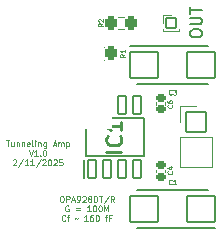
<source format=gto>
G04 #@! TF.GenerationSoftware,KiCad,Pcbnew,8.0.8*
G04 #@! TF.CreationDate,2025-02-18T10:08:16-06:00*
G04 #@! TF.ProjectId,Tunnleing_Amp,54756e6e-6c65-4696-9e67-5f416d702e6b,rev?*
G04 #@! TF.SameCoordinates,Original*
G04 #@! TF.FileFunction,Legend,Top*
G04 #@! TF.FilePolarity,Positive*
%FSLAX46Y46*%
G04 Gerber Fmt 4.6, Leading zero omitted, Abs format (unit mm)*
G04 Created by KiCad (PCBNEW 8.0.8) date 2025-02-18 10:08:16*
%MOMM*%
%LPD*%
G01*
G04 APERTURE LIST*
G04 Aperture macros list*
%AMRoundRect*
0 Rectangle with rounded corners*
0 $1 Rounding radius*
0 $2 $3 $4 $5 $6 $7 $8 $9 X,Y pos of 4 corners*
0 Add a 4 corners polygon primitive as box body*
4,1,4,$2,$3,$4,$5,$6,$7,$8,$9,$2,$3,0*
0 Add four circle primitives for the rounded corners*
1,1,$1+$1,$2,$3*
1,1,$1+$1,$4,$5*
1,1,$1+$1,$6,$7*
1,1,$1+$1,$8,$9*
0 Add four rect primitives between the rounded corners*
20,1,$1+$1,$2,$3,$4,$5,0*
20,1,$1+$1,$4,$5,$6,$7,0*
20,1,$1+$1,$6,$7,$8,$9,0*
20,1,$1+$1,$8,$9,$2,$3,0*%
G04 Aperture macros list end*
%ADD10C,0.200000*%
%ADD11C,0.100000*%
%ADD12C,0.254000*%
%ADD13C,0.120000*%
%ADD14RoundRect,0.100000X-1.175000X1.125000X-1.175000X-1.125000X1.175000X-1.125000X1.175000X1.125000X0*%
%ADD15C,2.400000*%
%ADD16RoundRect,0.190000X-0.220000X0.190000X-0.220000X-0.190000X0.220000X-0.190000X0.220000X0.190000X0*%
%ADD17RoundRect,0.100000X0.325000X0.764000X-0.325000X0.764000X-0.325000X-0.764000X0.325000X-0.764000X0*%
%ADD18RoundRect,0.250000X-0.250000X-0.325000X0.250000X-0.325000X0.250000X0.325000X-0.250000X0.325000X0*%
%ADD19RoundRect,0.190000X0.220000X-0.190000X0.220000X0.190000X-0.220000X0.190000X-0.220000X-0.190000X0*%
%ADD20RoundRect,0.100000X1.175000X-1.125000X1.175000X1.125000X-1.175000X1.125000X-1.175000X-1.125000X0*%
%ADD21RoundRect,0.100000X-0.850000X-0.850000X0.850000X-0.850000X0.850000X0.850000X-0.850000X0.850000X0*%
%ADD22O,1.900000X1.900000*%
%ADD23RoundRect,0.100000X-0.425000X-0.425000X0.425000X-0.425000X0.425000X0.425000X-0.425000X0.425000X0*%
G04 APERTURE END LIST*
D10*
X108402219Y-50899999D02*
X108402219Y-50709523D01*
X108402219Y-50709523D02*
X108449838Y-50614285D01*
X108449838Y-50614285D02*
X108545076Y-50519047D01*
X108545076Y-50519047D02*
X108735552Y-50471428D01*
X108735552Y-50471428D02*
X109068885Y-50471428D01*
X109068885Y-50471428D02*
X109259361Y-50519047D01*
X109259361Y-50519047D02*
X109354600Y-50614285D01*
X109354600Y-50614285D02*
X109402219Y-50709523D01*
X109402219Y-50709523D02*
X109402219Y-50899999D01*
X109402219Y-50899999D02*
X109354600Y-50995237D01*
X109354600Y-50995237D02*
X109259361Y-51090475D01*
X109259361Y-51090475D02*
X109068885Y-51138094D01*
X109068885Y-51138094D02*
X108735552Y-51138094D01*
X108735552Y-51138094D02*
X108545076Y-51090475D01*
X108545076Y-51090475D02*
X108449838Y-50995237D01*
X108449838Y-50995237D02*
X108402219Y-50899999D01*
X108402219Y-50042856D02*
X109211742Y-50042856D01*
X109211742Y-50042856D02*
X109306980Y-49995237D01*
X109306980Y-49995237D02*
X109354600Y-49947618D01*
X109354600Y-49947618D02*
X109402219Y-49852380D01*
X109402219Y-49852380D02*
X109402219Y-49661904D01*
X109402219Y-49661904D02*
X109354600Y-49566666D01*
X109354600Y-49566666D02*
X109306980Y-49519047D01*
X109306980Y-49519047D02*
X109211742Y-49471428D01*
X109211742Y-49471428D02*
X108402219Y-49471428D01*
X108402219Y-49138094D02*
X108402219Y-48566666D01*
X109402219Y-48852380D02*
X108402219Y-48852380D01*
D11*
X92797620Y-59871137D02*
X93083334Y-59871137D01*
X92940477Y-60371137D02*
X92940477Y-59871137D01*
X93464286Y-60037804D02*
X93464286Y-60371137D01*
X93250000Y-60037804D02*
X93250000Y-60299708D01*
X93250000Y-60299708D02*
X93273810Y-60347328D01*
X93273810Y-60347328D02*
X93321429Y-60371137D01*
X93321429Y-60371137D02*
X93392857Y-60371137D01*
X93392857Y-60371137D02*
X93440476Y-60347328D01*
X93440476Y-60347328D02*
X93464286Y-60323518D01*
X93702381Y-60037804D02*
X93702381Y-60371137D01*
X93702381Y-60085423D02*
X93726191Y-60061613D01*
X93726191Y-60061613D02*
X93773810Y-60037804D01*
X93773810Y-60037804D02*
X93845238Y-60037804D01*
X93845238Y-60037804D02*
X93892857Y-60061613D01*
X93892857Y-60061613D02*
X93916667Y-60109232D01*
X93916667Y-60109232D02*
X93916667Y-60371137D01*
X94154762Y-60037804D02*
X94154762Y-60371137D01*
X94154762Y-60085423D02*
X94178572Y-60061613D01*
X94178572Y-60061613D02*
X94226191Y-60037804D01*
X94226191Y-60037804D02*
X94297619Y-60037804D01*
X94297619Y-60037804D02*
X94345238Y-60061613D01*
X94345238Y-60061613D02*
X94369048Y-60109232D01*
X94369048Y-60109232D02*
X94369048Y-60371137D01*
X94797619Y-60347328D02*
X94750000Y-60371137D01*
X94750000Y-60371137D02*
X94654762Y-60371137D01*
X94654762Y-60371137D02*
X94607143Y-60347328D01*
X94607143Y-60347328D02*
X94583334Y-60299708D01*
X94583334Y-60299708D02*
X94583334Y-60109232D01*
X94583334Y-60109232D02*
X94607143Y-60061613D01*
X94607143Y-60061613D02*
X94654762Y-60037804D01*
X94654762Y-60037804D02*
X94750000Y-60037804D01*
X94750000Y-60037804D02*
X94797619Y-60061613D01*
X94797619Y-60061613D02*
X94821429Y-60109232D01*
X94821429Y-60109232D02*
X94821429Y-60156851D01*
X94821429Y-60156851D02*
X94583334Y-60204470D01*
X95107143Y-60371137D02*
X95059524Y-60347328D01*
X95059524Y-60347328D02*
X95035714Y-60299708D01*
X95035714Y-60299708D02*
X95035714Y-59871137D01*
X95297619Y-60371137D02*
X95297619Y-60037804D01*
X95297619Y-59871137D02*
X95273810Y-59894947D01*
X95273810Y-59894947D02*
X95297619Y-59918756D01*
X95297619Y-59918756D02*
X95321429Y-59894947D01*
X95321429Y-59894947D02*
X95297619Y-59871137D01*
X95297619Y-59871137D02*
X95297619Y-59918756D01*
X95535714Y-60037804D02*
X95535714Y-60371137D01*
X95535714Y-60085423D02*
X95559524Y-60061613D01*
X95559524Y-60061613D02*
X95607143Y-60037804D01*
X95607143Y-60037804D02*
X95678571Y-60037804D01*
X95678571Y-60037804D02*
X95726190Y-60061613D01*
X95726190Y-60061613D02*
X95750000Y-60109232D01*
X95750000Y-60109232D02*
X95750000Y-60371137D01*
X96202381Y-60037804D02*
X96202381Y-60442566D01*
X96202381Y-60442566D02*
X96178571Y-60490185D01*
X96178571Y-60490185D02*
X96154762Y-60513994D01*
X96154762Y-60513994D02*
X96107143Y-60537804D01*
X96107143Y-60537804D02*
X96035714Y-60537804D01*
X96035714Y-60537804D02*
X95988095Y-60513994D01*
X96202381Y-60347328D02*
X96154762Y-60371137D01*
X96154762Y-60371137D02*
X96059524Y-60371137D01*
X96059524Y-60371137D02*
X96011905Y-60347328D01*
X96011905Y-60347328D02*
X95988095Y-60323518D01*
X95988095Y-60323518D02*
X95964286Y-60275899D01*
X95964286Y-60275899D02*
X95964286Y-60133042D01*
X95964286Y-60133042D02*
X95988095Y-60085423D01*
X95988095Y-60085423D02*
X96011905Y-60061613D01*
X96011905Y-60061613D02*
X96059524Y-60037804D01*
X96059524Y-60037804D02*
X96154762Y-60037804D01*
X96154762Y-60037804D02*
X96202381Y-60061613D01*
X96797619Y-60228280D02*
X97035714Y-60228280D01*
X96750000Y-60371137D02*
X96916666Y-59871137D01*
X96916666Y-59871137D02*
X97083333Y-60371137D01*
X97249999Y-60371137D02*
X97249999Y-60037804D01*
X97249999Y-60085423D02*
X97273809Y-60061613D01*
X97273809Y-60061613D02*
X97321428Y-60037804D01*
X97321428Y-60037804D02*
X97392856Y-60037804D01*
X97392856Y-60037804D02*
X97440475Y-60061613D01*
X97440475Y-60061613D02*
X97464285Y-60109232D01*
X97464285Y-60109232D02*
X97464285Y-60371137D01*
X97464285Y-60109232D02*
X97488094Y-60061613D01*
X97488094Y-60061613D02*
X97535713Y-60037804D01*
X97535713Y-60037804D02*
X97607142Y-60037804D01*
X97607142Y-60037804D02*
X97654761Y-60061613D01*
X97654761Y-60061613D02*
X97678571Y-60109232D01*
X97678571Y-60109232D02*
X97678571Y-60371137D01*
X97916666Y-60037804D02*
X97916666Y-60537804D01*
X97916666Y-60061613D02*
X97964285Y-60037804D01*
X97964285Y-60037804D02*
X98059523Y-60037804D01*
X98059523Y-60037804D02*
X98107142Y-60061613D01*
X98107142Y-60061613D02*
X98130952Y-60085423D01*
X98130952Y-60085423D02*
X98154761Y-60133042D01*
X98154761Y-60133042D02*
X98154761Y-60275899D01*
X98154761Y-60275899D02*
X98130952Y-60323518D01*
X98130952Y-60323518D02*
X98107142Y-60347328D01*
X98107142Y-60347328D02*
X98059523Y-60371137D01*
X98059523Y-60371137D02*
X97964285Y-60371137D01*
X97964285Y-60371137D02*
X97916666Y-60347328D01*
X94738096Y-60676109D02*
X94904762Y-61176109D01*
X94904762Y-61176109D02*
X95071429Y-60676109D01*
X95500000Y-61176109D02*
X95214286Y-61176109D01*
X95357143Y-61176109D02*
X95357143Y-60676109D01*
X95357143Y-60676109D02*
X95309524Y-60747538D01*
X95309524Y-60747538D02*
X95261905Y-60795157D01*
X95261905Y-60795157D02*
X95214286Y-60818966D01*
X95714285Y-61128490D02*
X95738095Y-61152300D01*
X95738095Y-61152300D02*
X95714285Y-61176109D01*
X95714285Y-61176109D02*
X95690476Y-61152300D01*
X95690476Y-61152300D02*
X95714285Y-61128490D01*
X95714285Y-61128490D02*
X95714285Y-61176109D01*
X96047618Y-60676109D02*
X96095237Y-60676109D01*
X96095237Y-60676109D02*
X96142856Y-60699919D01*
X96142856Y-60699919D02*
X96166666Y-60723728D01*
X96166666Y-60723728D02*
X96190475Y-60771347D01*
X96190475Y-60771347D02*
X96214285Y-60866585D01*
X96214285Y-60866585D02*
X96214285Y-60985633D01*
X96214285Y-60985633D02*
X96190475Y-61080871D01*
X96190475Y-61080871D02*
X96166666Y-61128490D01*
X96166666Y-61128490D02*
X96142856Y-61152300D01*
X96142856Y-61152300D02*
X96095237Y-61176109D01*
X96095237Y-61176109D02*
X96047618Y-61176109D01*
X96047618Y-61176109D02*
X95999999Y-61152300D01*
X95999999Y-61152300D02*
X95976190Y-61128490D01*
X95976190Y-61128490D02*
X95952380Y-61080871D01*
X95952380Y-61080871D02*
X95928571Y-60985633D01*
X95928571Y-60985633D02*
X95928571Y-60866585D01*
X95928571Y-60866585D02*
X95952380Y-60771347D01*
X95952380Y-60771347D02*
X95976190Y-60723728D01*
X95976190Y-60723728D02*
X95999999Y-60699919D01*
X95999999Y-60699919D02*
X96047618Y-60676109D01*
X93404763Y-61528700D02*
X93428572Y-61504891D01*
X93428572Y-61504891D02*
X93476191Y-61481081D01*
X93476191Y-61481081D02*
X93595239Y-61481081D01*
X93595239Y-61481081D02*
X93642858Y-61504891D01*
X93642858Y-61504891D02*
X93666667Y-61528700D01*
X93666667Y-61528700D02*
X93690477Y-61576319D01*
X93690477Y-61576319D02*
X93690477Y-61623938D01*
X93690477Y-61623938D02*
X93666667Y-61695367D01*
X93666667Y-61695367D02*
X93380953Y-61981081D01*
X93380953Y-61981081D02*
X93690477Y-61981081D01*
X94261905Y-61457272D02*
X93833334Y-62100129D01*
X94690477Y-61981081D02*
X94404763Y-61981081D01*
X94547620Y-61981081D02*
X94547620Y-61481081D01*
X94547620Y-61481081D02*
X94500001Y-61552510D01*
X94500001Y-61552510D02*
X94452382Y-61600129D01*
X94452382Y-61600129D02*
X94404763Y-61623938D01*
X95166667Y-61981081D02*
X94880953Y-61981081D01*
X95023810Y-61981081D02*
X95023810Y-61481081D01*
X95023810Y-61481081D02*
X94976191Y-61552510D01*
X94976191Y-61552510D02*
X94928572Y-61600129D01*
X94928572Y-61600129D02*
X94880953Y-61623938D01*
X95738095Y-61457272D02*
X95309524Y-62100129D01*
X95880953Y-61528700D02*
X95904762Y-61504891D01*
X95904762Y-61504891D02*
X95952381Y-61481081D01*
X95952381Y-61481081D02*
X96071429Y-61481081D01*
X96071429Y-61481081D02*
X96119048Y-61504891D01*
X96119048Y-61504891D02*
X96142857Y-61528700D01*
X96142857Y-61528700D02*
X96166667Y-61576319D01*
X96166667Y-61576319D02*
X96166667Y-61623938D01*
X96166667Y-61623938D02*
X96142857Y-61695367D01*
X96142857Y-61695367D02*
X95857143Y-61981081D01*
X95857143Y-61981081D02*
X96166667Y-61981081D01*
X96476190Y-61481081D02*
X96523809Y-61481081D01*
X96523809Y-61481081D02*
X96571428Y-61504891D01*
X96571428Y-61504891D02*
X96595238Y-61528700D01*
X96595238Y-61528700D02*
X96619047Y-61576319D01*
X96619047Y-61576319D02*
X96642857Y-61671557D01*
X96642857Y-61671557D02*
X96642857Y-61790605D01*
X96642857Y-61790605D02*
X96619047Y-61885843D01*
X96619047Y-61885843D02*
X96595238Y-61933462D01*
X96595238Y-61933462D02*
X96571428Y-61957272D01*
X96571428Y-61957272D02*
X96523809Y-61981081D01*
X96523809Y-61981081D02*
X96476190Y-61981081D01*
X96476190Y-61981081D02*
X96428571Y-61957272D01*
X96428571Y-61957272D02*
X96404762Y-61933462D01*
X96404762Y-61933462D02*
X96380952Y-61885843D01*
X96380952Y-61885843D02*
X96357143Y-61790605D01*
X96357143Y-61790605D02*
X96357143Y-61671557D01*
X96357143Y-61671557D02*
X96380952Y-61576319D01*
X96380952Y-61576319D02*
X96404762Y-61528700D01*
X96404762Y-61528700D02*
X96428571Y-61504891D01*
X96428571Y-61504891D02*
X96476190Y-61481081D01*
X96833333Y-61528700D02*
X96857142Y-61504891D01*
X96857142Y-61504891D02*
X96904761Y-61481081D01*
X96904761Y-61481081D02*
X97023809Y-61481081D01*
X97023809Y-61481081D02*
X97071428Y-61504891D01*
X97071428Y-61504891D02*
X97095237Y-61528700D01*
X97095237Y-61528700D02*
X97119047Y-61576319D01*
X97119047Y-61576319D02*
X97119047Y-61623938D01*
X97119047Y-61623938D02*
X97095237Y-61695367D01*
X97095237Y-61695367D02*
X96809523Y-61981081D01*
X96809523Y-61981081D02*
X97119047Y-61981081D01*
X97571427Y-61481081D02*
X97333332Y-61481081D01*
X97333332Y-61481081D02*
X97309523Y-61719176D01*
X97309523Y-61719176D02*
X97333332Y-61695367D01*
X97333332Y-61695367D02*
X97380951Y-61671557D01*
X97380951Y-61671557D02*
X97499999Y-61671557D01*
X97499999Y-61671557D02*
X97547618Y-61695367D01*
X97547618Y-61695367D02*
X97571427Y-61719176D01*
X97571427Y-61719176D02*
X97595237Y-61766795D01*
X97595237Y-61766795D02*
X97595237Y-61885843D01*
X97595237Y-61885843D02*
X97571427Y-61933462D01*
X97571427Y-61933462D02*
X97547618Y-61957272D01*
X97547618Y-61957272D02*
X97499999Y-61981081D01*
X97499999Y-61981081D02*
X97380951Y-61981081D01*
X97380951Y-61981081D02*
X97333332Y-61957272D01*
X97333332Y-61957272D02*
X97309523Y-61933462D01*
X97471429Y-64571137D02*
X97566667Y-64571137D01*
X97566667Y-64571137D02*
X97614286Y-64594947D01*
X97614286Y-64594947D02*
X97661905Y-64642566D01*
X97661905Y-64642566D02*
X97685715Y-64737804D01*
X97685715Y-64737804D02*
X97685715Y-64904470D01*
X97685715Y-64904470D02*
X97661905Y-64999708D01*
X97661905Y-64999708D02*
X97614286Y-65047328D01*
X97614286Y-65047328D02*
X97566667Y-65071137D01*
X97566667Y-65071137D02*
X97471429Y-65071137D01*
X97471429Y-65071137D02*
X97423810Y-65047328D01*
X97423810Y-65047328D02*
X97376191Y-64999708D01*
X97376191Y-64999708D02*
X97352382Y-64904470D01*
X97352382Y-64904470D02*
X97352382Y-64737804D01*
X97352382Y-64737804D02*
X97376191Y-64642566D01*
X97376191Y-64642566D02*
X97423810Y-64594947D01*
X97423810Y-64594947D02*
X97471429Y-64571137D01*
X97900001Y-65071137D02*
X97900001Y-64571137D01*
X97900001Y-64571137D02*
X98090477Y-64571137D01*
X98090477Y-64571137D02*
X98138096Y-64594947D01*
X98138096Y-64594947D02*
X98161906Y-64618756D01*
X98161906Y-64618756D02*
X98185715Y-64666375D01*
X98185715Y-64666375D02*
X98185715Y-64737804D01*
X98185715Y-64737804D02*
X98161906Y-64785423D01*
X98161906Y-64785423D02*
X98138096Y-64809232D01*
X98138096Y-64809232D02*
X98090477Y-64833042D01*
X98090477Y-64833042D02*
X97900001Y-64833042D01*
X98376192Y-64928280D02*
X98614287Y-64928280D01*
X98328573Y-65071137D02*
X98495239Y-64571137D01*
X98495239Y-64571137D02*
X98661906Y-65071137D01*
X98852382Y-65071137D02*
X98947620Y-65071137D01*
X98947620Y-65071137D02*
X98995239Y-65047328D01*
X98995239Y-65047328D02*
X99019048Y-65023518D01*
X99019048Y-65023518D02*
X99066667Y-64952089D01*
X99066667Y-64952089D02*
X99090477Y-64856851D01*
X99090477Y-64856851D02*
X99090477Y-64666375D01*
X99090477Y-64666375D02*
X99066667Y-64618756D01*
X99066667Y-64618756D02*
X99042858Y-64594947D01*
X99042858Y-64594947D02*
X98995239Y-64571137D01*
X98995239Y-64571137D02*
X98900001Y-64571137D01*
X98900001Y-64571137D02*
X98852382Y-64594947D01*
X98852382Y-64594947D02*
X98828572Y-64618756D01*
X98828572Y-64618756D02*
X98804763Y-64666375D01*
X98804763Y-64666375D02*
X98804763Y-64785423D01*
X98804763Y-64785423D02*
X98828572Y-64833042D01*
X98828572Y-64833042D02*
X98852382Y-64856851D01*
X98852382Y-64856851D02*
X98900001Y-64880661D01*
X98900001Y-64880661D02*
X98995239Y-64880661D01*
X98995239Y-64880661D02*
X99042858Y-64856851D01*
X99042858Y-64856851D02*
X99066667Y-64833042D01*
X99066667Y-64833042D02*
X99090477Y-64785423D01*
X99280953Y-64618756D02*
X99304762Y-64594947D01*
X99304762Y-64594947D02*
X99352381Y-64571137D01*
X99352381Y-64571137D02*
X99471429Y-64571137D01*
X99471429Y-64571137D02*
X99519048Y-64594947D01*
X99519048Y-64594947D02*
X99542857Y-64618756D01*
X99542857Y-64618756D02*
X99566667Y-64666375D01*
X99566667Y-64666375D02*
X99566667Y-64713994D01*
X99566667Y-64713994D02*
X99542857Y-64785423D01*
X99542857Y-64785423D02*
X99257143Y-65071137D01*
X99257143Y-65071137D02*
X99566667Y-65071137D01*
X99852381Y-64785423D02*
X99804762Y-64761613D01*
X99804762Y-64761613D02*
X99780952Y-64737804D01*
X99780952Y-64737804D02*
X99757143Y-64690185D01*
X99757143Y-64690185D02*
X99757143Y-64666375D01*
X99757143Y-64666375D02*
X99780952Y-64618756D01*
X99780952Y-64618756D02*
X99804762Y-64594947D01*
X99804762Y-64594947D02*
X99852381Y-64571137D01*
X99852381Y-64571137D02*
X99947619Y-64571137D01*
X99947619Y-64571137D02*
X99995238Y-64594947D01*
X99995238Y-64594947D02*
X100019047Y-64618756D01*
X100019047Y-64618756D02*
X100042857Y-64666375D01*
X100042857Y-64666375D02*
X100042857Y-64690185D01*
X100042857Y-64690185D02*
X100019047Y-64737804D01*
X100019047Y-64737804D02*
X99995238Y-64761613D01*
X99995238Y-64761613D02*
X99947619Y-64785423D01*
X99947619Y-64785423D02*
X99852381Y-64785423D01*
X99852381Y-64785423D02*
X99804762Y-64809232D01*
X99804762Y-64809232D02*
X99780952Y-64833042D01*
X99780952Y-64833042D02*
X99757143Y-64880661D01*
X99757143Y-64880661D02*
X99757143Y-64975899D01*
X99757143Y-64975899D02*
X99780952Y-65023518D01*
X99780952Y-65023518D02*
X99804762Y-65047328D01*
X99804762Y-65047328D02*
X99852381Y-65071137D01*
X99852381Y-65071137D02*
X99947619Y-65071137D01*
X99947619Y-65071137D02*
X99995238Y-65047328D01*
X99995238Y-65047328D02*
X100019047Y-65023518D01*
X100019047Y-65023518D02*
X100042857Y-64975899D01*
X100042857Y-64975899D02*
X100042857Y-64880661D01*
X100042857Y-64880661D02*
X100019047Y-64833042D01*
X100019047Y-64833042D02*
X99995238Y-64809232D01*
X99995238Y-64809232D02*
X99947619Y-64785423D01*
X100257142Y-65071137D02*
X100257142Y-64571137D01*
X100257142Y-64571137D02*
X100376190Y-64571137D01*
X100376190Y-64571137D02*
X100447618Y-64594947D01*
X100447618Y-64594947D02*
X100495237Y-64642566D01*
X100495237Y-64642566D02*
X100519047Y-64690185D01*
X100519047Y-64690185D02*
X100542856Y-64785423D01*
X100542856Y-64785423D02*
X100542856Y-64856851D01*
X100542856Y-64856851D02*
X100519047Y-64952089D01*
X100519047Y-64952089D02*
X100495237Y-64999708D01*
X100495237Y-64999708D02*
X100447618Y-65047328D01*
X100447618Y-65047328D02*
X100376190Y-65071137D01*
X100376190Y-65071137D02*
X100257142Y-65071137D01*
X100685714Y-64571137D02*
X100971428Y-64571137D01*
X100828571Y-65071137D02*
X100828571Y-64571137D01*
X101495237Y-64547328D02*
X101066666Y-65190185D01*
X101947618Y-65071137D02*
X101780952Y-64833042D01*
X101661904Y-65071137D02*
X101661904Y-64571137D01*
X101661904Y-64571137D02*
X101852380Y-64571137D01*
X101852380Y-64571137D02*
X101899999Y-64594947D01*
X101899999Y-64594947D02*
X101923809Y-64618756D01*
X101923809Y-64618756D02*
X101947618Y-64666375D01*
X101947618Y-64666375D02*
X101947618Y-64737804D01*
X101947618Y-64737804D02*
X101923809Y-64785423D01*
X101923809Y-64785423D02*
X101899999Y-64809232D01*
X101899999Y-64809232D02*
X101852380Y-64833042D01*
X101852380Y-64833042D02*
X101661904Y-64833042D01*
X98090477Y-65399919D02*
X98042858Y-65376109D01*
X98042858Y-65376109D02*
X97971429Y-65376109D01*
X97971429Y-65376109D02*
X97900001Y-65399919D01*
X97900001Y-65399919D02*
X97852382Y-65447538D01*
X97852382Y-65447538D02*
X97828572Y-65495157D01*
X97828572Y-65495157D02*
X97804763Y-65590395D01*
X97804763Y-65590395D02*
X97804763Y-65661823D01*
X97804763Y-65661823D02*
X97828572Y-65757061D01*
X97828572Y-65757061D02*
X97852382Y-65804680D01*
X97852382Y-65804680D02*
X97900001Y-65852300D01*
X97900001Y-65852300D02*
X97971429Y-65876109D01*
X97971429Y-65876109D02*
X98019048Y-65876109D01*
X98019048Y-65876109D02*
X98090477Y-65852300D01*
X98090477Y-65852300D02*
X98114286Y-65828490D01*
X98114286Y-65828490D02*
X98114286Y-65661823D01*
X98114286Y-65661823D02*
X98019048Y-65661823D01*
X98709524Y-65614204D02*
X99090477Y-65614204D01*
X99090477Y-65757061D02*
X98709524Y-65757061D01*
X99971429Y-65876109D02*
X99685715Y-65876109D01*
X99828572Y-65876109D02*
X99828572Y-65376109D01*
X99828572Y-65376109D02*
X99780953Y-65447538D01*
X99780953Y-65447538D02*
X99733334Y-65495157D01*
X99733334Y-65495157D02*
X99685715Y-65518966D01*
X100280952Y-65376109D02*
X100328571Y-65376109D01*
X100328571Y-65376109D02*
X100376190Y-65399919D01*
X100376190Y-65399919D02*
X100400000Y-65423728D01*
X100400000Y-65423728D02*
X100423809Y-65471347D01*
X100423809Y-65471347D02*
X100447619Y-65566585D01*
X100447619Y-65566585D02*
X100447619Y-65685633D01*
X100447619Y-65685633D02*
X100423809Y-65780871D01*
X100423809Y-65780871D02*
X100400000Y-65828490D01*
X100400000Y-65828490D02*
X100376190Y-65852300D01*
X100376190Y-65852300D02*
X100328571Y-65876109D01*
X100328571Y-65876109D02*
X100280952Y-65876109D01*
X100280952Y-65876109D02*
X100233333Y-65852300D01*
X100233333Y-65852300D02*
X100209524Y-65828490D01*
X100209524Y-65828490D02*
X100185714Y-65780871D01*
X100185714Y-65780871D02*
X100161905Y-65685633D01*
X100161905Y-65685633D02*
X100161905Y-65566585D01*
X100161905Y-65566585D02*
X100185714Y-65471347D01*
X100185714Y-65471347D02*
X100209524Y-65423728D01*
X100209524Y-65423728D02*
X100233333Y-65399919D01*
X100233333Y-65399919D02*
X100280952Y-65376109D01*
X100757142Y-65376109D02*
X100804761Y-65376109D01*
X100804761Y-65376109D02*
X100852380Y-65399919D01*
X100852380Y-65399919D02*
X100876190Y-65423728D01*
X100876190Y-65423728D02*
X100899999Y-65471347D01*
X100899999Y-65471347D02*
X100923809Y-65566585D01*
X100923809Y-65566585D02*
X100923809Y-65685633D01*
X100923809Y-65685633D02*
X100899999Y-65780871D01*
X100899999Y-65780871D02*
X100876190Y-65828490D01*
X100876190Y-65828490D02*
X100852380Y-65852300D01*
X100852380Y-65852300D02*
X100804761Y-65876109D01*
X100804761Y-65876109D02*
X100757142Y-65876109D01*
X100757142Y-65876109D02*
X100709523Y-65852300D01*
X100709523Y-65852300D02*
X100685714Y-65828490D01*
X100685714Y-65828490D02*
X100661904Y-65780871D01*
X100661904Y-65780871D02*
X100638095Y-65685633D01*
X100638095Y-65685633D02*
X100638095Y-65566585D01*
X100638095Y-65566585D02*
X100661904Y-65471347D01*
X100661904Y-65471347D02*
X100685714Y-65423728D01*
X100685714Y-65423728D02*
X100709523Y-65399919D01*
X100709523Y-65399919D02*
X100757142Y-65376109D01*
X101138094Y-65876109D02*
X101138094Y-65376109D01*
X101138094Y-65376109D02*
X101304761Y-65733252D01*
X101304761Y-65733252D02*
X101471427Y-65376109D01*
X101471427Y-65376109D02*
X101471427Y-65876109D01*
X97840477Y-66633462D02*
X97816668Y-66657272D01*
X97816668Y-66657272D02*
X97745239Y-66681081D01*
X97745239Y-66681081D02*
X97697620Y-66681081D01*
X97697620Y-66681081D02*
X97626192Y-66657272D01*
X97626192Y-66657272D02*
X97578573Y-66609652D01*
X97578573Y-66609652D02*
X97554763Y-66562033D01*
X97554763Y-66562033D02*
X97530954Y-66466795D01*
X97530954Y-66466795D02*
X97530954Y-66395367D01*
X97530954Y-66395367D02*
X97554763Y-66300129D01*
X97554763Y-66300129D02*
X97578573Y-66252510D01*
X97578573Y-66252510D02*
X97626192Y-66204891D01*
X97626192Y-66204891D02*
X97697620Y-66181081D01*
X97697620Y-66181081D02*
X97745239Y-66181081D01*
X97745239Y-66181081D02*
X97816668Y-66204891D01*
X97816668Y-66204891D02*
X97840477Y-66228700D01*
X97983335Y-66347748D02*
X98173811Y-66347748D01*
X98054763Y-66681081D02*
X98054763Y-66252510D01*
X98054763Y-66252510D02*
X98078573Y-66204891D01*
X98078573Y-66204891D02*
X98126192Y-66181081D01*
X98126192Y-66181081D02*
X98173811Y-66181081D01*
X98650001Y-66490605D02*
X98673810Y-66466795D01*
X98673810Y-66466795D02*
X98721429Y-66442986D01*
X98721429Y-66442986D02*
X98816667Y-66490605D01*
X98816667Y-66490605D02*
X98864286Y-66466795D01*
X98864286Y-66466795D02*
X98888096Y-66442986D01*
X99721429Y-66681081D02*
X99435715Y-66681081D01*
X99578572Y-66681081D02*
X99578572Y-66181081D01*
X99578572Y-66181081D02*
X99530953Y-66252510D01*
X99530953Y-66252510D02*
X99483334Y-66300129D01*
X99483334Y-66300129D02*
X99435715Y-66323938D01*
X100150000Y-66181081D02*
X100054762Y-66181081D01*
X100054762Y-66181081D02*
X100007143Y-66204891D01*
X100007143Y-66204891D02*
X99983333Y-66228700D01*
X99983333Y-66228700D02*
X99935714Y-66300129D01*
X99935714Y-66300129D02*
X99911905Y-66395367D01*
X99911905Y-66395367D02*
X99911905Y-66585843D01*
X99911905Y-66585843D02*
X99935714Y-66633462D01*
X99935714Y-66633462D02*
X99959524Y-66657272D01*
X99959524Y-66657272D02*
X100007143Y-66681081D01*
X100007143Y-66681081D02*
X100102381Y-66681081D01*
X100102381Y-66681081D02*
X100150000Y-66657272D01*
X100150000Y-66657272D02*
X100173809Y-66633462D01*
X100173809Y-66633462D02*
X100197619Y-66585843D01*
X100197619Y-66585843D02*
X100197619Y-66466795D01*
X100197619Y-66466795D02*
X100173809Y-66419176D01*
X100173809Y-66419176D02*
X100150000Y-66395367D01*
X100150000Y-66395367D02*
X100102381Y-66371557D01*
X100102381Y-66371557D02*
X100007143Y-66371557D01*
X100007143Y-66371557D02*
X99959524Y-66395367D01*
X99959524Y-66395367D02*
X99935714Y-66419176D01*
X99935714Y-66419176D02*
X99911905Y-66466795D01*
X100507142Y-66181081D02*
X100554761Y-66181081D01*
X100554761Y-66181081D02*
X100602380Y-66204891D01*
X100602380Y-66204891D02*
X100626190Y-66228700D01*
X100626190Y-66228700D02*
X100649999Y-66276319D01*
X100649999Y-66276319D02*
X100673809Y-66371557D01*
X100673809Y-66371557D02*
X100673809Y-66490605D01*
X100673809Y-66490605D02*
X100649999Y-66585843D01*
X100649999Y-66585843D02*
X100626190Y-66633462D01*
X100626190Y-66633462D02*
X100602380Y-66657272D01*
X100602380Y-66657272D02*
X100554761Y-66681081D01*
X100554761Y-66681081D02*
X100507142Y-66681081D01*
X100507142Y-66681081D02*
X100459523Y-66657272D01*
X100459523Y-66657272D02*
X100435714Y-66633462D01*
X100435714Y-66633462D02*
X100411904Y-66585843D01*
X100411904Y-66585843D02*
X100388095Y-66490605D01*
X100388095Y-66490605D02*
X100388095Y-66371557D01*
X100388095Y-66371557D02*
X100411904Y-66276319D01*
X100411904Y-66276319D02*
X100435714Y-66228700D01*
X100435714Y-66228700D02*
X100459523Y-66204891D01*
X100459523Y-66204891D02*
X100507142Y-66181081D01*
X101197618Y-66347748D02*
X101388094Y-66347748D01*
X101269046Y-66681081D02*
X101269046Y-66252510D01*
X101269046Y-66252510D02*
X101292856Y-66204891D01*
X101292856Y-66204891D02*
X101340475Y-66181081D01*
X101340475Y-66181081D02*
X101388094Y-66181081D01*
X101721427Y-66419176D02*
X101554760Y-66419176D01*
X101554760Y-66681081D02*
X101554760Y-66181081D01*
X101554760Y-66181081D02*
X101792855Y-66181081D01*
X106833333Y-63541752D02*
X106814285Y-63560800D01*
X106814285Y-63560800D02*
X106757143Y-63579847D01*
X106757143Y-63579847D02*
X106719047Y-63579847D01*
X106719047Y-63579847D02*
X106661904Y-63560800D01*
X106661904Y-63560800D02*
X106623809Y-63522704D01*
X106623809Y-63522704D02*
X106604762Y-63484609D01*
X106604762Y-63484609D02*
X106585714Y-63408419D01*
X106585714Y-63408419D02*
X106585714Y-63351276D01*
X106585714Y-63351276D02*
X106604762Y-63275085D01*
X106604762Y-63275085D02*
X106623809Y-63236990D01*
X106623809Y-63236990D02*
X106661904Y-63198895D01*
X106661904Y-63198895D02*
X106719047Y-63179847D01*
X106719047Y-63179847D02*
X106757143Y-63179847D01*
X106757143Y-63179847D02*
X106814285Y-63198895D01*
X106814285Y-63198895D02*
X106833333Y-63217942D01*
X107214285Y-63579847D02*
X106985714Y-63579847D01*
X107100000Y-63579847D02*
X107100000Y-63179847D01*
X107100000Y-63179847D02*
X107061904Y-63236990D01*
X107061904Y-63236990D02*
X107023809Y-63275085D01*
X107023809Y-63275085D02*
X106985714Y-63294133D01*
X106841752Y-56866666D02*
X106860800Y-56885714D01*
X106860800Y-56885714D02*
X106879847Y-56942856D01*
X106879847Y-56942856D02*
X106879847Y-56980952D01*
X106879847Y-56980952D02*
X106860800Y-57038095D01*
X106860800Y-57038095D02*
X106822704Y-57076190D01*
X106822704Y-57076190D02*
X106784609Y-57095237D01*
X106784609Y-57095237D02*
X106708419Y-57114285D01*
X106708419Y-57114285D02*
X106651276Y-57114285D01*
X106651276Y-57114285D02*
X106575085Y-57095237D01*
X106575085Y-57095237D02*
X106536990Y-57076190D01*
X106536990Y-57076190D02*
X106498895Y-57038095D01*
X106498895Y-57038095D02*
X106479847Y-56980952D01*
X106479847Y-56980952D02*
X106479847Y-56942856D01*
X106479847Y-56942856D02*
X106498895Y-56885714D01*
X106498895Y-56885714D02*
X106517942Y-56866666D01*
X106479847Y-56523809D02*
X106479847Y-56599999D01*
X106479847Y-56599999D02*
X106498895Y-56638095D01*
X106498895Y-56638095D02*
X106517942Y-56657142D01*
X106517942Y-56657142D02*
X106575085Y-56695237D01*
X106575085Y-56695237D02*
X106651276Y-56714285D01*
X106651276Y-56714285D02*
X106803657Y-56714285D01*
X106803657Y-56714285D02*
X106841752Y-56695237D01*
X106841752Y-56695237D02*
X106860800Y-56676190D01*
X106860800Y-56676190D02*
X106879847Y-56638095D01*
X106879847Y-56638095D02*
X106879847Y-56561904D01*
X106879847Y-56561904D02*
X106860800Y-56523809D01*
X106860800Y-56523809D02*
X106841752Y-56504761D01*
X106841752Y-56504761D02*
X106803657Y-56485714D01*
X106803657Y-56485714D02*
X106708419Y-56485714D01*
X106708419Y-56485714D02*
X106670323Y-56504761D01*
X106670323Y-56504761D02*
X106651276Y-56523809D01*
X106651276Y-56523809D02*
X106632228Y-56561904D01*
X106632228Y-56561904D02*
X106632228Y-56638095D01*
X106632228Y-56638095D02*
X106651276Y-56676190D01*
X106651276Y-56676190D02*
X106670323Y-56695237D01*
X106670323Y-56695237D02*
X106708419Y-56714285D01*
D12*
X102574318Y-60839762D02*
X101304318Y-60839762D01*
X102453365Y-59509285D02*
X102513842Y-59569761D01*
X102513842Y-59569761D02*
X102574318Y-59751190D01*
X102574318Y-59751190D02*
X102574318Y-59872142D01*
X102574318Y-59872142D02*
X102513842Y-60053571D01*
X102513842Y-60053571D02*
X102392889Y-60174523D01*
X102392889Y-60174523D02*
X102271937Y-60235000D01*
X102271937Y-60235000D02*
X102030032Y-60295476D01*
X102030032Y-60295476D02*
X101848603Y-60295476D01*
X101848603Y-60295476D02*
X101606699Y-60235000D01*
X101606699Y-60235000D02*
X101485746Y-60174523D01*
X101485746Y-60174523D02*
X101364794Y-60053571D01*
X101364794Y-60053571D02*
X101304318Y-59872142D01*
X101304318Y-59872142D02*
X101304318Y-59751190D01*
X101304318Y-59751190D02*
X101364794Y-59569761D01*
X101364794Y-59569761D02*
X101425270Y-59509285D01*
X102574318Y-58299761D02*
X102574318Y-59025476D01*
X102574318Y-58662619D02*
X101304318Y-58662619D01*
X101304318Y-58662619D02*
X101485746Y-58783571D01*
X101485746Y-58783571D02*
X101606699Y-58904523D01*
X101606699Y-58904523D02*
X101667175Y-59025476D01*
D11*
X102879847Y-52566666D02*
X102689371Y-52699999D01*
X102879847Y-52795237D02*
X102479847Y-52795237D01*
X102479847Y-52795237D02*
X102479847Y-52642856D01*
X102479847Y-52642856D02*
X102498895Y-52604761D01*
X102498895Y-52604761D02*
X102517942Y-52585714D01*
X102517942Y-52585714D02*
X102556038Y-52566666D01*
X102556038Y-52566666D02*
X102613180Y-52566666D01*
X102613180Y-52566666D02*
X102651276Y-52585714D01*
X102651276Y-52585714D02*
X102670323Y-52604761D01*
X102670323Y-52604761D02*
X102689371Y-52642856D01*
X102689371Y-52642856D02*
X102689371Y-52795237D01*
X102879847Y-52185714D02*
X102879847Y-52414285D01*
X102879847Y-52299999D02*
X102479847Y-52299999D01*
X102479847Y-52299999D02*
X102536990Y-52338095D01*
X102536990Y-52338095D02*
X102575085Y-52376190D01*
X102575085Y-52376190D02*
X102594133Y-52414285D01*
X106841752Y-62466666D02*
X106860800Y-62485714D01*
X106860800Y-62485714D02*
X106879847Y-62542856D01*
X106879847Y-62542856D02*
X106879847Y-62580952D01*
X106879847Y-62580952D02*
X106860800Y-62638095D01*
X106860800Y-62638095D02*
X106822704Y-62676190D01*
X106822704Y-62676190D02*
X106784609Y-62695237D01*
X106784609Y-62695237D02*
X106708419Y-62714285D01*
X106708419Y-62714285D02*
X106651276Y-62714285D01*
X106651276Y-62714285D02*
X106575085Y-62695237D01*
X106575085Y-62695237D02*
X106536990Y-62676190D01*
X106536990Y-62676190D02*
X106498895Y-62638095D01*
X106498895Y-62638095D02*
X106479847Y-62580952D01*
X106479847Y-62580952D02*
X106479847Y-62542856D01*
X106479847Y-62542856D02*
X106498895Y-62485714D01*
X106498895Y-62485714D02*
X106517942Y-62466666D01*
X106613180Y-62123809D02*
X106879847Y-62123809D01*
X106460800Y-62219047D02*
X106746514Y-62314285D01*
X106746514Y-62314285D02*
X106746514Y-62066666D01*
X106833333Y-55941752D02*
X106814285Y-55960800D01*
X106814285Y-55960800D02*
X106757143Y-55979847D01*
X106757143Y-55979847D02*
X106719047Y-55979847D01*
X106719047Y-55979847D02*
X106661904Y-55960800D01*
X106661904Y-55960800D02*
X106623809Y-55922704D01*
X106623809Y-55922704D02*
X106604762Y-55884609D01*
X106604762Y-55884609D02*
X106585714Y-55808419D01*
X106585714Y-55808419D02*
X106585714Y-55751276D01*
X106585714Y-55751276D02*
X106604762Y-55675085D01*
X106604762Y-55675085D02*
X106623809Y-55636990D01*
X106623809Y-55636990D02*
X106661904Y-55598895D01*
X106661904Y-55598895D02*
X106719047Y-55579847D01*
X106719047Y-55579847D02*
X106757143Y-55579847D01*
X106757143Y-55579847D02*
X106814285Y-55598895D01*
X106814285Y-55598895D02*
X106833333Y-55617942D01*
X106966666Y-55579847D02*
X107214285Y-55579847D01*
X107214285Y-55579847D02*
X107080952Y-55732228D01*
X107080952Y-55732228D02*
X107138095Y-55732228D01*
X107138095Y-55732228D02*
X107176190Y-55751276D01*
X107176190Y-55751276D02*
X107195238Y-55770323D01*
X107195238Y-55770323D02*
X107214285Y-55808419D01*
X107214285Y-55808419D02*
X107214285Y-55903657D01*
X107214285Y-55903657D02*
X107195238Y-55941752D01*
X107195238Y-55941752D02*
X107176190Y-55960800D01*
X107176190Y-55960800D02*
X107138095Y-55979847D01*
X107138095Y-55979847D02*
X107023809Y-55979847D01*
X107023809Y-55979847D02*
X106985714Y-55960800D01*
X106985714Y-55960800D02*
X106966666Y-55941752D01*
X101029847Y-49966666D02*
X100839371Y-50099999D01*
X101029847Y-50195237D02*
X100629847Y-50195237D01*
X100629847Y-50195237D02*
X100629847Y-50042856D01*
X100629847Y-50042856D02*
X100648895Y-50004761D01*
X100648895Y-50004761D02*
X100667942Y-49985714D01*
X100667942Y-49985714D02*
X100706038Y-49966666D01*
X100706038Y-49966666D02*
X100763180Y-49966666D01*
X100763180Y-49966666D02*
X100801276Y-49985714D01*
X100801276Y-49985714D02*
X100820323Y-50004761D01*
X100820323Y-50004761D02*
X100839371Y-50042856D01*
X100839371Y-50042856D02*
X100839371Y-50195237D01*
X100667942Y-49814285D02*
X100648895Y-49795237D01*
X100648895Y-49795237D02*
X100629847Y-49757142D01*
X100629847Y-49757142D02*
X100629847Y-49661904D01*
X100629847Y-49661904D02*
X100648895Y-49623809D01*
X100648895Y-49623809D02*
X100667942Y-49604761D01*
X100667942Y-49604761D02*
X100706038Y-49585714D01*
X100706038Y-49585714D02*
X100744133Y-49585714D01*
X100744133Y-49585714D02*
X100801276Y-49604761D01*
X100801276Y-49604761D02*
X101029847Y-49833333D01*
X101029847Y-49833333D02*
X101029847Y-49585714D01*
D10*
X103900000Y-67300000D02*
X110525000Y-67300000D01*
X109900000Y-64100000D02*
X103900000Y-64100000D01*
D13*
X105540000Y-56642164D02*
X105540000Y-56857836D01*
X106260000Y-56642164D02*
X106260000Y-56857836D01*
D10*
X99420000Y-63075000D02*
X99420000Y-61548000D01*
X99548000Y-58002000D02*
X104452000Y-58002000D01*
X99548000Y-61198000D02*
X99548000Y-58002000D01*
X104452000Y-58002000D02*
X104452000Y-61198000D01*
X104452000Y-61198000D02*
X99548000Y-61198000D01*
D13*
X100662742Y-51977500D02*
X101137258Y-51977500D01*
X100662742Y-53022500D02*
X101137258Y-53022500D01*
X105540000Y-62557836D02*
X105540000Y-62342164D01*
X106260000Y-62557836D02*
X106260000Y-62342164D01*
D10*
X103900000Y-55100000D02*
X109900000Y-55100000D01*
X109900000Y-51900000D02*
X103275000Y-51900000D01*
D13*
X102312742Y-49377500D02*
X102787258Y-49377500D01*
X102312742Y-50422500D02*
X102787258Y-50422500D01*
X110230000Y-59545000D02*
X110230000Y-62145000D01*
X107570000Y-62145000D02*
X110230000Y-62145000D01*
X107570000Y-59545000D02*
X110230000Y-59545000D01*
X107570000Y-59545000D02*
X107570000Y-62145000D01*
X107570000Y-58275000D02*
X107570000Y-56945000D01*
X107570000Y-56945000D02*
X108900000Y-56945000D01*
X106105000Y-49215000D02*
X106800000Y-49215000D01*
X106105000Y-49900000D02*
X106105000Y-49215000D01*
X106105000Y-50585000D02*
X106105000Y-50460000D01*
X106105000Y-50585000D02*
X106191724Y-50585000D01*
X106105000Y-50585000D02*
X107495000Y-50585000D01*
X107408276Y-50585000D02*
X107495000Y-50585000D01*
X107495000Y-50585000D02*
X107495000Y-50460000D01*
%LPC*%
D14*
X109350000Y-65700000D03*
X104450000Y-65700000D03*
D15*
X94500000Y-65200000D03*
D16*
X105900000Y-56270000D03*
X105900000Y-57230000D03*
D17*
X100095000Y-62311000D03*
X101365000Y-62311000D03*
X102635000Y-62311000D03*
X103905000Y-62311000D03*
X103905000Y-56889000D03*
X102635000Y-56889000D03*
X101365000Y-56889000D03*
X100095000Y-56889000D03*
D18*
X100075000Y-52500000D03*
X101725000Y-52500000D03*
D19*
X105900000Y-62930000D03*
X105900000Y-61970000D03*
D20*
X104450000Y-53500000D03*
X109350000Y-53500000D03*
D18*
X101725000Y-49900000D03*
X103375000Y-49900000D03*
D15*
X94500000Y-51000000D03*
D21*
X108900000Y-58275000D03*
D22*
X108900000Y-60815000D03*
D23*
X106800000Y-49900000D03*
G36*
X100127951Y-50619685D02*
G01*
X100132021Y-50622415D01*
X101047109Y-51262976D01*
X101090742Y-51317547D01*
X101100000Y-51364561D01*
X101100000Y-53100000D01*
X101748074Y-53562910D01*
X101791184Y-53617894D01*
X101800000Y-53663813D01*
X101800000Y-58776000D01*
X101780315Y-58843039D01*
X101727511Y-58888794D01*
X101676000Y-58900000D01*
X97951362Y-58900000D01*
X97884323Y-58880315D01*
X97863681Y-58863681D01*
X97400000Y-58400000D01*
X94456268Y-58400000D01*
X94389229Y-58380315D01*
X94362948Y-58357655D01*
X93730680Y-57635062D01*
X93701349Y-57571647D01*
X93700000Y-57553407D01*
X93700000Y-56347144D01*
X93719685Y-56280105D01*
X93731321Y-56264763D01*
X94463005Y-55441619D01*
X94522256Y-55404591D01*
X94555684Y-55400000D01*
X97100000Y-55400000D01*
X97100000Y-55399999D01*
X97900000Y-54599999D01*
X97900000Y-51639087D01*
X97919685Y-51572048D01*
X97922415Y-51567978D01*
X98562976Y-50652891D01*
X98617547Y-50609258D01*
X98664561Y-50600000D01*
X100060912Y-50600000D01*
X100127951Y-50619685D01*
G37*
%LPD*%
M02*

</source>
